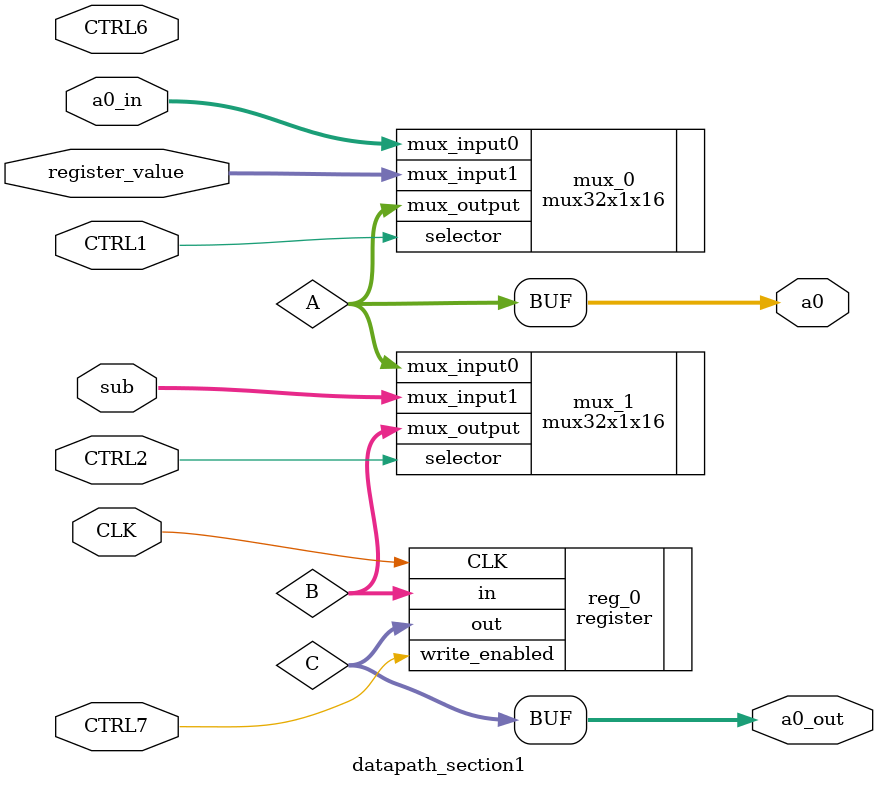
<source format=v>
`timescale 1ns / 1ps

module datapath_section1 (
	 input [15:0] register_value,
    	 input [15:0] a0_in,
    	 input [15:0] sub,
	 input CTRL1,
	 input CTRL2,
	 input CTRL6,
	 input CTRL7,
    	 input CLK,
    	 output wire [15:0] a0_out,
	 output wire [15:0] a0);
	 
	 wire [15:0] A;
	 wire [15:0] B;
	 wire [15:0] C;
	 wire [15:0] D;
	 
	 mux32x1x16 mux_0 (
	      .mux_input0(a0_in),
	      .mux_input1(register_value),
	      .selector(CTRL1),
	      .mux_output(A));
  
	  mux32x1x16 mux_1 (
	      .mux_input0(A),
              .mux_input1(sub),
	      .selector(CTRL2),
	      .mux_output(B));

	  register reg_0 (
	      .in(B),
	      .CLK(CLK),
	      .write_enabled(CTRL7),
	      .out(C));
	  
	  assign a0_out = C;
	  assign a0 = A;
endmodule

</source>
